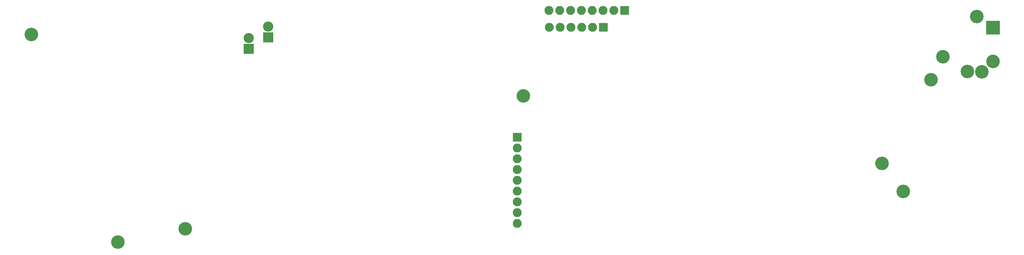
<source format=gbr>
G04 #@! TF.GenerationSoftware,KiCad,Pcbnew,no-vcs-found*
G04 #@! TF.CreationDate,2018-07-18T20:25:48+02:00*
G04 #@! TF.ProjectId,mycelium_pcb,6D7963656C69756D5F7063622E6B6963,rev?*
G04 #@! TF.SameCoordinates,Original
G04 #@! TF.FileFunction,Soldermask,Bot*
G04 #@! TF.FilePolarity,Negative*
%FSLAX46Y46*%
G04 Gerber Fmt 4.6, Leading zero omitted, Abs format (unit mm)*
G04 Created by KiCad (PCBNEW no-vcs-found) date Wed Jul 18 20:25:48 2018*
%MOMM*%
%LPD*%
G01*
G04 APERTURE LIST*
%ADD10O,2.100000X2.100000*%
%ADD11R,2.100000X2.100000*%
%ADD12C,3.200000*%
%ADD13R,3.200000X3.200000*%
%ADD14O,2.400000X2.400000*%
%ADD15R,2.400000X2.400000*%
G04 APERTURE END LIST*
D10*
X145707100Y-89789000D03*
X145707100Y-87249000D03*
X145707100Y-84709000D03*
X145707100Y-82169000D03*
X145707100Y-79629000D03*
X145707100Y-77089000D03*
X145707100Y-74549000D03*
D11*
X145707100Y-72009000D03*
D10*
X145707100Y-92329000D03*
D12*
X254863600Y-56603900D03*
X253644400Y-43586400D03*
D13*
X257492500Y-46215300D03*
D12*
X257492500Y-54215300D03*
D14*
X87210900Y-45999400D03*
D15*
X87210900Y-48539400D03*
D12*
X147193000Y-62306200D03*
X251460000Y-56553100D03*
X245757700Y-53086000D03*
D11*
X165976300Y-46139100D03*
D10*
X163436300Y-46139100D03*
X160896300Y-46139100D03*
X158356300Y-46139100D03*
X155816300Y-46139100D03*
X153276300Y-46139100D03*
D12*
X242887500Y-58483500D03*
D11*
X170954700Y-42138600D03*
D10*
X168414700Y-42138600D03*
X165874700Y-42138600D03*
X163334700Y-42138600D03*
X160794700Y-42138600D03*
X158254700Y-42138600D03*
X155714700Y-42138600D03*
X153174700Y-42138600D03*
D12*
X231394000Y-78232000D03*
D15*
X82677000Y-51206400D03*
D14*
X82677000Y-48666400D03*
D12*
X236372400Y-84823300D03*
X31559500Y-47802800D03*
X51917600Y-96786700D03*
X67729100Y-93599000D03*
M02*

</source>
